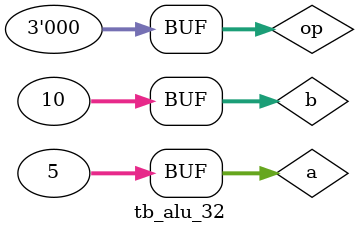
<source format=v>
module tb_alu_32();

	reg [31:0] a, b;
	wire [31:0] x;
	reg [2:0] op;
	wire c0,z0;
	
	alu_32 a0(x, c0, z0, a, b, op);

	initial begin
		a = 32'b00000000000000000000000000000101;
		b = 32'b00000000000000000000000000001010;
		//b = 32'b00001111000011110000111100001111;
		op = 3'b000;
		#50;
		$monitor("%3b\n%32b\n%32b\n= %32b", op, a, b, x);
		
		//op = op = 3'b111;
		//$monitor("%3b\n%32b\n%32b\n= %32b", op, a, b, x);
		//#50;
	end


// 000 and
// 001 or
// 010 add
// 110 subt
// 111 less

endmodule
</source>
